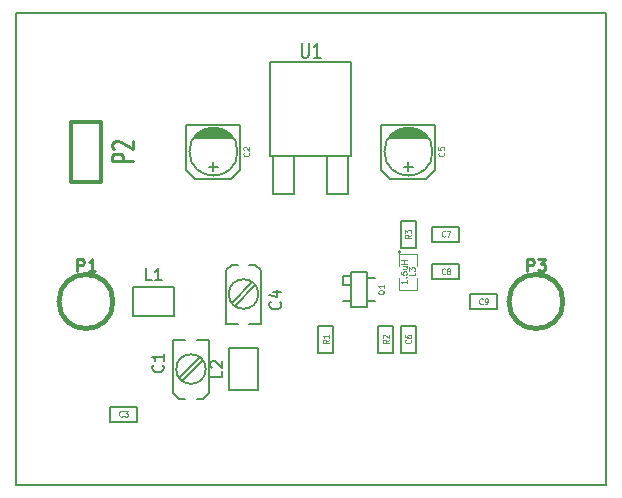
<source format=gbr>
G04 #@! TF.FileFunction,Legend,Top*
%FSLAX46Y46*%
G04 Gerber Fmt 4.6, Leading zero omitted, Abs format (unit mm)*
G04 Created by KiCad (PCBNEW 4.0.6) date Wed Sep  6 22:14:05 2017*
%MOMM*%
%LPD*%
G01*
G04 APERTURE LIST*
%ADD10C,0.100000*%
%ADD11C,0.150000*%
%ADD12C,0.127000*%
%ADD13C,0.099060*%
%ADD14C,0.381000*%
%ADD15C,0.304800*%
%ADD16C,0.119380*%
%ADD17C,0.114300*%
%ADD18C,0.109220*%
%ADD19C,0.254000*%
%ADD20C,0.271780*%
%ADD21C,0.203200*%
G04 APERTURE END LIST*
D10*
D11*
X112160000Y-82235000D02*
X162160000Y-82235000D01*
X162160000Y-82235000D02*
X162160000Y-122235000D01*
X162160000Y-122235000D02*
X112160000Y-122235000D01*
X112160000Y-122235000D02*
X112160000Y-82235000D01*
X126000000Y-113145000D02*
X127750000Y-111395000D01*
X126250000Y-113395000D02*
X128000000Y-111645000D01*
X128250000Y-112395000D02*
G75*
G03X128250000Y-112395000I-1250000J0D01*
G01*
X127500000Y-114895000D02*
X128000000Y-114895000D01*
X128000000Y-114895000D02*
X128500000Y-114395000D01*
X128500000Y-114395000D02*
X128500000Y-109895000D01*
X128500000Y-109895000D02*
X127500000Y-109895000D01*
X126500000Y-114895000D02*
X126000000Y-114895000D01*
X126000000Y-114895000D02*
X125500000Y-114395000D01*
X125500000Y-114395000D02*
X125500000Y-109895000D01*
X125500000Y-109895000D02*
X126500000Y-109895000D01*
D12*
X128905000Y-95631000D02*
X128905000Y-94869000D01*
X129286000Y-95250000D02*
X128524000Y-95250000D01*
X126619000Y-95504000D02*
X126619000Y-91694000D01*
X130429000Y-96266000D02*
X127381000Y-96266000D01*
X126619000Y-95504000D02*
X127381000Y-96266000D01*
X131191000Y-95504000D02*
X131191000Y-91694000D01*
X131191000Y-95504000D02*
X130429000Y-96266000D01*
X128778000Y-91948000D02*
X129032000Y-91948000D01*
X129540000Y-92075000D02*
X128270000Y-92075000D01*
X128016000Y-92202000D02*
X129794000Y-92202000D01*
X127762000Y-92329000D02*
X130048000Y-92329000D01*
X130175000Y-92456000D02*
X127635000Y-92456000D01*
X127508000Y-92583000D02*
X130302000Y-92583000D01*
X130429000Y-92710000D02*
X127381000Y-92710000D01*
X130556000Y-92837000D02*
X127254000Y-92837000D01*
X130937000Y-93980000D02*
G75*
G03X130937000Y-93980000I-2032000J0D01*
G01*
X131191000Y-91694000D02*
X126619000Y-91694000D01*
X122428000Y-116840000D02*
X120142000Y-116840000D01*
X120142000Y-116840000D02*
X120142000Y-115570000D01*
X120142000Y-115570000D02*
X122428000Y-115570000D01*
X122428000Y-115570000D02*
X122428000Y-116840000D01*
D11*
X132445000Y-105295000D02*
X130695000Y-107045000D01*
X132195000Y-105045000D02*
X130445000Y-106795000D01*
X132695000Y-106045000D02*
G75*
G03X132695000Y-106045000I-1250000J0D01*
G01*
X130945000Y-103545000D02*
X130445000Y-103545000D01*
X130445000Y-103545000D02*
X129945000Y-104045000D01*
X129945000Y-104045000D02*
X129945000Y-108545000D01*
X129945000Y-108545000D02*
X130945000Y-108545000D01*
X131945000Y-103545000D02*
X132445000Y-103545000D01*
X132445000Y-103545000D02*
X132945000Y-104045000D01*
X132945000Y-104045000D02*
X132945000Y-108545000D01*
X132945000Y-108545000D02*
X131945000Y-108545000D01*
D12*
X145415000Y-95631000D02*
X145415000Y-94869000D01*
X145796000Y-95250000D02*
X145034000Y-95250000D01*
X143129000Y-95504000D02*
X143129000Y-91694000D01*
X146939000Y-96266000D02*
X143891000Y-96266000D01*
X143129000Y-95504000D02*
X143891000Y-96266000D01*
X147701000Y-95504000D02*
X147701000Y-91694000D01*
X147701000Y-95504000D02*
X146939000Y-96266000D01*
X145288000Y-91948000D02*
X145542000Y-91948000D01*
X146050000Y-92075000D02*
X144780000Y-92075000D01*
X144526000Y-92202000D02*
X146304000Y-92202000D01*
X144272000Y-92329000D02*
X146558000Y-92329000D01*
X146685000Y-92456000D02*
X144145000Y-92456000D01*
X144018000Y-92583000D02*
X146812000Y-92583000D01*
X146939000Y-92710000D02*
X143891000Y-92710000D01*
X147066000Y-92837000D02*
X143764000Y-92837000D01*
X147447000Y-93980000D02*
G75*
G03X147447000Y-93980000I-2032000J0D01*
G01*
X147701000Y-91694000D02*
X143129000Y-91694000D01*
X144780000Y-110998000D02*
X144780000Y-108712000D01*
X144780000Y-108712000D02*
X146050000Y-108712000D01*
X146050000Y-108712000D02*
X146050000Y-110998000D01*
X146050000Y-110998000D02*
X144780000Y-110998000D01*
X149733000Y-101600000D02*
X147447000Y-101600000D01*
X147447000Y-101600000D02*
X147447000Y-100330000D01*
X147447000Y-100330000D02*
X149733000Y-100330000D01*
X149733000Y-100330000D02*
X149733000Y-101600000D01*
X149733000Y-104775000D02*
X147447000Y-104775000D01*
X147447000Y-104775000D02*
X147447000Y-103505000D01*
X147447000Y-103505000D02*
X149733000Y-103505000D01*
X149733000Y-103505000D02*
X149733000Y-104775000D01*
X152908000Y-107315000D02*
X150622000Y-107315000D01*
X150622000Y-107315000D02*
X150622000Y-106045000D01*
X150622000Y-106045000D02*
X152908000Y-106045000D01*
X152908000Y-106045000D02*
X152908000Y-107315000D01*
D11*
X122075000Y-105430000D02*
X125575000Y-105430000D01*
X125575000Y-105430000D02*
X125575000Y-107930000D01*
X125575000Y-107930000D02*
X122075000Y-107930000D01*
X122075000Y-107930000D02*
X122075000Y-105430000D01*
X130195000Y-114145000D02*
X130195000Y-110645000D01*
X130195000Y-110645000D02*
X132695000Y-110645000D01*
X132695000Y-110645000D02*
X132695000Y-114145000D01*
X132695000Y-114145000D02*
X130195000Y-114145000D01*
D13*
X144780000Y-102489000D02*
G75*
G03X144780000Y-102489000I-127000J0D01*
G01*
X144653000Y-103632000D02*
X144653000Y-102616000D01*
X144653000Y-102616000D02*
X146177000Y-102616000D01*
X146177000Y-102616000D02*
X146177000Y-103632000D01*
X146177000Y-104648000D02*
X146177000Y-105664000D01*
X146177000Y-105664000D02*
X144653000Y-105664000D01*
X144653000Y-105664000D02*
X144653000Y-104648000D01*
D14*
X120396000Y-106680000D02*
G75*
G03X120396000Y-106680000I-2286000J0D01*
G01*
D15*
X116840000Y-91440000D02*
X119380000Y-91440000D01*
X119380000Y-91440000D02*
X119380000Y-96520000D01*
X119380000Y-96520000D02*
X116840000Y-96520000D01*
X116840000Y-96520000D02*
X116840000Y-91440000D01*
D14*
X158496000Y-106680000D02*
G75*
G03X158496000Y-106680000I-2286000J0D01*
G01*
D12*
X137795000Y-110998000D02*
X137795000Y-108712000D01*
X137795000Y-108712000D02*
X139065000Y-108712000D01*
X139065000Y-108712000D02*
X139065000Y-110998000D01*
X139065000Y-110998000D02*
X137795000Y-110998000D01*
X142875000Y-110998000D02*
X142875000Y-108712000D01*
X142875000Y-108712000D02*
X144145000Y-108712000D01*
X144145000Y-108712000D02*
X144145000Y-110998000D01*
X144145000Y-110998000D02*
X142875000Y-110998000D01*
X146050000Y-99822000D02*
X146050000Y-102108000D01*
X146050000Y-102108000D02*
X144780000Y-102108000D01*
X144780000Y-102108000D02*
X144780000Y-99822000D01*
X144780000Y-99822000D02*
X146050000Y-99822000D01*
X138557000Y-94361000D02*
X138557000Y-97536000D01*
X138557000Y-97536000D02*
X140335000Y-97536000D01*
X140335000Y-97536000D02*
X140335000Y-94361000D01*
X133985000Y-94361000D02*
X133985000Y-97536000D01*
X133985000Y-97536000D02*
X135763000Y-97536000D01*
X135763000Y-97536000D02*
X135763000Y-94361000D01*
X140589000Y-88265000D02*
X140589000Y-94361000D01*
X140589000Y-94361000D02*
X133731000Y-94361000D01*
X133731000Y-94361000D02*
X133731000Y-86487000D01*
X133731000Y-86360000D02*
X140589000Y-86360000D01*
X140589000Y-86487000D02*
X140589000Y-88265000D01*
X139865100Y-104521000D02*
X139865100Y-105308400D01*
X140525500Y-105308400D02*
X139865100Y-105308400D01*
X141922500Y-104711500D02*
X142582900Y-104711500D01*
X140525500Y-106616500D02*
X139865100Y-106616500D01*
X140525500Y-104521000D02*
X139865100Y-104521000D01*
X141922500Y-106616500D02*
X142582900Y-106616500D01*
X141922500Y-104165400D02*
X141922500Y-107162600D01*
X141922500Y-107162600D02*
X140525500Y-107162600D01*
X140525500Y-107162600D02*
X140525500Y-104165400D01*
X140525500Y-104165400D02*
X141922500Y-104165400D01*
D11*
X124607143Y-112061666D02*
X124654762Y-112109285D01*
X124702381Y-112252142D01*
X124702381Y-112347380D01*
X124654762Y-112490238D01*
X124559524Y-112585476D01*
X124464286Y-112633095D01*
X124273810Y-112680714D01*
X124130952Y-112680714D01*
X123940476Y-112633095D01*
X123845238Y-112585476D01*
X123750000Y-112490238D01*
X123702381Y-112347380D01*
X123702381Y-112252142D01*
X123750000Y-112109285D01*
X123797619Y-112061666D01*
X124702381Y-111109285D02*
X124702381Y-111680714D01*
X124702381Y-111395000D02*
X123702381Y-111395000D01*
X123845238Y-111490238D01*
X123940476Y-111585476D01*
X123988095Y-111680714D01*
D16*
X131877707Y-94063396D02*
X131901535Y-94087224D01*
X131925362Y-94158707D01*
X131925362Y-94206362D01*
X131901535Y-94277845D01*
X131853880Y-94325500D01*
X131806224Y-94349328D01*
X131710914Y-94373156D01*
X131639431Y-94373156D01*
X131544120Y-94349328D01*
X131496465Y-94325500D01*
X131448810Y-94277845D01*
X131424982Y-94206362D01*
X131424982Y-94158707D01*
X131448810Y-94087224D01*
X131472638Y-94063396D01*
X131472638Y-93872776D02*
X131448810Y-93848948D01*
X131424982Y-93801293D01*
X131424982Y-93682155D01*
X131448810Y-93634499D01*
X131472638Y-93610672D01*
X131520293Y-93586844D01*
X131567948Y-93586844D01*
X131639431Y-93610672D01*
X131925362Y-93896603D01*
X131925362Y-93586844D01*
D17*
X121208800Y-116386429D02*
X121187029Y-116410619D01*
X121121715Y-116434810D01*
X121078172Y-116434810D01*
X121012857Y-116410619D01*
X120969315Y-116362238D01*
X120947543Y-116313857D01*
X120925772Y-116217095D01*
X120925772Y-116144524D01*
X120947543Y-116047762D01*
X120969315Y-115999381D01*
X121012857Y-115951000D01*
X121078172Y-115926810D01*
X121121715Y-115926810D01*
X121187029Y-115951000D01*
X121208800Y-115975190D01*
X121361200Y-115926810D02*
X121644229Y-115926810D01*
X121491829Y-116120333D01*
X121557143Y-116120333D01*
X121600686Y-116144524D01*
X121622457Y-116168714D01*
X121644229Y-116217095D01*
X121644229Y-116338048D01*
X121622457Y-116386429D01*
X121600686Y-116410619D01*
X121557143Y-116434810D01*
X121426515Y-116434810D01*
X121382972Y-116410619D01*
X121361200Y-116386429D01*
D11*
X134552143Y-106711666D02*
X134599762Y-106759285D01*
X134647381Y-106902142D01*
X134647381Y-106997380D01*
X134599762Y-107140238D01*
X134504524Y-107235476D01*
X134409286Y-107283095D01*
X134218810Y-107330714D01*
X134075952Y-107330714D01*
X133885476Y-107283095D01*
X133790238Y-107235476D01*
X133695000Y-107140238D01*
X133647381Y-106997380D01*
X133647381Y-106902142D01*
X133695000Y-106759285D01*
X133742619Y-106711666D01*
X133980714Y-105854523D02*
X134647381Y-105854523D01*
X133599762Y-106092619D02*
X134314048Y-106330714D01*
X134314048Y-105711666D01*
D16*
X148387707Y-94063396D02*
X148411535Y-94087224D01*
X148435362Y-94158707D01*
X148435362Y-94206362D01*
X148411535Y-94277845D01*
X148363880Y-94325500D01*
X148316224Y-94349328D01*
X148220914Y-94373156D01*
X148149431Y-94373156D01*
X148054120Y-94349328D01*
X148006465Y-94325500D01*
X147958810Y-94277845D01*
X147934982Y-94206362D01*
X147934982Y-94158707D01*
X147958810Y-94087224D01*
X147982638Y-94063396D01*
X147934982Y-93610672D02*
X147934982Y-93848948D01*
X148173259Y-93872776D01*
X148149431Y-93848948D01*
X148125603Y-93801293D01*
X148125603Y-93682155D01*
X148149431Y-93634499D01*
X148173259Y-93610672D01*
X148220914Y-93586844D01*
X148340052Y-93586844D01*
X148387707Y-93610672D01*
X148411535Y-93634499D01*
X148435362Y-93682155D01*
X148435362Y-93801293D01*
X148411535Y-93848948D01*
X148387707Y-93872776D01*
D17*
X145596429Y-109931200D02*
X145620619Y-109952971D01*
X145644810Y-110018285D01*
X145644810Y-110061828D01*
X145620619Y-110127143D01*
X145572238Y-110170685D01*
X145523857Y-110192457D01*
X145427095Y-110214228D01*
X145354524Y-110214228D01*
X145257762Y-110192457D01*
X145209381Y-110170685D01*
X145161000Y-110127143D01*
X145136810Y-110061828D01*
X145136810Y-110018285D01*
X145161000Y-109952971D01*
X145185190Y-109931200D01*
X145136810Y-109539314D02*
X145136810Y-109626400D01*
X145161000Y-109669943D01*
X145185190Y-109691714D01*
X145257762Y-109735257D01*
X145354524Y-109757028D01*
X145548048Y-109757028D01*
X145596429Y-109735257D01*
X145620619Y-109713485D01*
X145644810Y-109669943D01*
X145644810Y-109582857D01*
X145620619Y-109539314D01*
X145596429Y-109517543D01*
X145548048Y-109495771D01*
X145427095Y-109495771D01*
X145378714Y-109517543D01*
X145354524Y-109539314D01*
X145330333Y-109582857D01*
X145330333Y-109669943D01*
X145354524Y-109713485D01*
X145378714Y-109735257D01*
X145427095Y-109757028D01*
X148513800Y-101146429D02*
X148492029Y-101170619D01*
X148426715Y-101194810D01*
X148383172Y-101194810D01*
X148317857Y-101170619D01*
X148274315Y-101122238D01*
X148252543Y-101073857D01*
X148230772Y-100977095D01*
X148230772Y-100904524D01*
X148252543Y-100807762D01*
X148274315Y-100759381D01*
X148317857Y-100711000D01*
X148383172Y-100686810D01*
X148426715Y-100686810D01*
X148492029Y-100711000D01*
X148513800Y-100735190D01*
X148666200Y-100686810D02*
X148971000Y-100686810D01*
X148775057Y-101194810D01*
X148513800Y-104321429D02*
X148492029Y-104345619D01*
X148426715Y-104369810D01*
X148383172Y-104369810D01*
X148317857Y-104345619D01*
X148274315Y-104297238D01*
X148252543Y-104248857D01*
X148230772Y-104152095D01*
X148230772Y-104079524D01*
X148252543Y-103982762D01*
X148274315Y-103934381D01*
X148317857Y-103886000D01*
X148383172Y-103861810D01*
X148426715Y-103861810D01*
X148492029Y-103886000D01*
X148513800Y-103910190D01*
X148775057Y-104079524D02*
X148731515Y-104055333D01*
X148709743Y-104031143D01*
X148687972Y-103982762D01*
X148687972Y-103958571D01*
X148709743Y-103910190D01*
X148731515Y-103886000D01*
X148775057Y-103861810D01*
X148862143Y-103861810D01*
X148905686Y-103886000D01*
X148927457Y-103910190D01*
X148949229Y-103958571D01*
X148949229Y-103982762D01*
X148927457Y-104031143D01*
X148905686Y-104055333D01*
X148862143Y-104079524D01*
X148775057Y-104079524D01*
X148731515Y-104103714D01*
X148709743Y-104127905D01*
X148687972Y-104176286D01*
X148687972Y-104273048D01*
X148709743Y-104321429D01*
X148731515Y-104345619D01*
X148775057Y-104369810D01*
X148862143Y-104369810D01*
X148905686Y-104345619D01*
X148927457Y-104321429D01*
X148949229Y-104273048D01*
X148949229Y-104176286D01*
X148927457Y-104127905D01*
X148905686Y-104103714D01*
X148862143Y-104079524D01*
X151688800Y-106861429D02*
X151667029Y-106885619D01*
X151601715Y-106909810D01*
X151558172Y-106909810D01*
X151492857Y-106885619D01*
X151449315Y-106837238D01*
X151427543Y-106788857D01*
X151405772Y-106692095D01*
X151405772Y-106619524D01*
X151427543Y-106522762D01*
X151449315Y-106474381D01*
X151492857Y-106426000D01*
X151558172Y-106401810D01*
X151601715Y-106401810D01*
X151667029Y-106426000D01*
X151688800Y-106450190D01*
X151906515Y-106909810D02*
X151993600Y-106909810D01*
X152037143Y-106885619D01*
X152058915Y-106861429D01*
X152102457Y-106788857D01*
X152124229Y-106692095D01*
X152124229Y-106498571D01*
X152102457Y-106450190D01*
X152080686Y-106426000D01*
X152037143Y-106401810D01*
X151950057Y-106401810D01*
X151906515Y-106426000D01*
X151884743Y-106450190D01*
X151862972Y-106498571D01*
X151862972Y-106619524D01*
X151884743Y-106667905D01*
X151906515Y-106692095D01*
X151950057Y-106716286D01*
X152037143Y-106716286D01*
X152080686Y-106692095D01*
X152102457Y-106667905D01*
X152124229Y-106619524D01*
D11*
X123658334Y-104882381D02*
X123182143Y-104882381D01*
X123182143Y-103882381D01*
X124515477Y-104882381D02*
X123944048Y-104882381D01*
X124229762Y-104882381D02*
X124229762Y-103882381D01*
X124134524Y-104025238D01*
X124039286Y-104120476D01*
X123944048Y-104168095D01*
X129647381Y-112561666D02*
X129647381Y-113037857D01*
X128647381Y-113037857D01*
X128742619Y-112275952D02*
X128695000Y-112228333D01*
X128647381Y-112133095D01*
X128647381Y-111894999D01*
X128695000Y-111799761D01*
X128742619Y-111752142D01*
X128837857Y-111704523D01*
X128933095Y-111704523D01*
X129075952Y-111752142D01*
X129647381Y-112323571D01*
X129647381Y-111704523D01*
D18*
X145958862Y-104223397D02*
X145958862Y-104461673D01*
X145458482Y-104461673D01*
X145458482Y-104104258D02*
X145458482Y-103794499D01*
X145649103Y-103961292D01*
X145649103Y-103889810D01*
X145672931Y-103842154D01*
X145696759Y-103818327D01*
X145744414Y-103794499D01*
X145863552Y-103794499D01*
X145911207Y-103818327D01*
X145935035Y-103842154D01*
X145958862Y-103889810D01*
X145958862Y-104032775D01*
X145935035Y-104080431D01*
X145911207Y-104104258D01*
X145260362Y-104842914D02*
X145260362Y-105128846D01*
X145260362Y-104985880D02*
X144759982Y-104985880D01*
X144831465Y-105033535D01*
X144879120Y-105081190D01*
X144902948Y-105128846D01*
X145212707Y-104628466D02*
X145236535Y-104604638D01*
X145260362Y-104628466D01*
X145236535Y-104652294D01*
X145212707Y-104628466D01*
X145260362Y-104628466D01*
X144759982Y-104151914D02*
X144759982Y-104390190D01*
X144998259Y-104414018D01*
X144974431Y-104390190D01*
X144950603Y-104342535D01*
X144950603Y-104223397D01*
X144974431Y-104175741D01*
X144998259Y-104151914D01*
X145045914Y-104128086D01*
X145165052Y-104128086D01*
X145212707Y-104151914D01*
X145236535Y-104175741D01*
X145260362Y-104223397D01*
X145260362Y-104342535D01*
X145236535Y-104390190D01*
X145212707Y-104414018D01*
X144926776Y-103699189D02*
X145260362Y-103699189D01*
X144926776Y-103913638D02*
X145188880Y-103913638D01*
X145236535Y-103889810D01*
X145260362Y-103842155D01*
X145260362Y-103770672D01*
X145236535Y-103723017D01*
X145212707Y-103699189D01*
X145260362Y-103460913D02*
X144759982Y-103460913D01*
X144998259Y-103460913D02*
X144998259Y-103174981D01*
X145260362Y-103174981D02*
X144759982Y-103174981D01*
D19*
X117360096Y-104091619D02*
X117360096Y-103075619D01*
X117747143Y-103075619D01*
X117843905Y-103124000D01*
X117892286Y-103172381D01*
X117940667Y-103269143D01*
X117940667Y-103414286D01*
X117892286Y-103511048D01*
X117843905Y-103559429D01*
X117747143Y-103607810D01*
X117360096Y-103607810D01*
X118908286Y-104091619D02*
X118327715Y-104091619D01*
X118618001Y-104091619D02*
X118618001Y-103075619D01*
X118521239Y-103220762D01*
X118424477Y-103317524D01*
X118327715Y-103365905D01*
D20*
X122067501Y-94782398D02*
X120337761Y-94782398D01*
X120337761Y-94368257D01*
X120420130Y-94264722D01*
X120502499Y-94212954D01*
X120667236Y-94161186D01*
X120914341Y-94161186D01*
X121079079Y-94212954D01*
X121161447Y-94264722D01*
X121243816Y-94368257D01*
X121243816Y-94782398D01*
X120502499Y-93747046D02*
X120420130Y-93695278D01*
X120337761Y-93591743D01*
X120337761Y-93332905D01*
X120420130Y-93229369D01*
X120502499Y-93177602D01*
X120667236Y-93125834D01*
X120831973Y-93125834D01*
X121079079Y-93177602D01*
X122067501Y-93798813D01*
X122067501Y-93125834D01*
D15*
D19*
X155460096Y-104091619D02*
X155460096Y-103075619D01*
X155847143Y-103075619D01*
X155943905Y-103124000D01*
X155992286Y-103172381D01*
X156040667Y-103269143D01*
X156040667Y-103414286D01*
X155992286Y-103511048D01*
X155943905Y-103559429D01*
X155847143Y-103607810D01*
X155460096Y-103607810D01*
X156379334Y-103075619D02*
X157008286Y-103075619D01*
X156669620Y-103462667D01*
X156814762Y-103462667D01*
X156911524Y-103511048D01*
X156959905Y-103559429D01*
X157008286Y-103656190D01*
X157008286Y-103898095D01*
X156959905Y-103994857D01*
X156911524Y-104043238D01*
X156814762Y-104091619D01*
X156524477Y-104091619D01*
X156427715Y-104043238D01*
X156379334Y-103994857D01*
D17*
X138659810Y-109931200D02*
X138417905Y-110083600D01*
X138659810Y-110192457D02*
X138151810Y-110192457D01*
X138151810Y-110018285D01*
X138176000Y-109974743D01*
X138200190Y-109952971D01*
X138248571Y-109931200D01*
X138321143Y-109931200D01*
X138369524Y-109952971D01*
X138393714Y-109974743D01*
X138417905Y-110018285D01*
X138417905Y-110192457D01*
X138659810Y-109495771D02*
X138659810Y-109757028D01*
X138659810Y-109626400D02*
X138151810Y-109626400D01*
X138224381Y-109669943D01*
X138272762Y-109713485D01*
X138296952Y-109757028D01*
X143739810Y-109931200D02*
X143497905Y-110083600D01*
X143739810Y-110192457D02*
X143231810Y-110192457D01*
X143231810Y-110018285D01*
X143256000Y-109974743D01*
X143280190Y-109952971D01*
X143328571Y-109931200D01*
X143401143Y-109931200D01*
X143449524Y-109952971D01*
X143473714Y-109974743D01*
X143497905Y-110018285D01*
X143497905Y-110192457D01*
X143280190Y-109757028D02*
X143256000Y-109735257D01*
X143231810Y-109691714D01*
X143231810Y-109582857D01*
X143256000Y-109539314D01*
X143280190Y-109517543D01*
X143328571Y-109495771D01*
X143376952Y-109495771D01*
X143449524Y-109517543D01*
X143739810Y-109778800D01*
X143739810Y-109495771D01*
X145644810Y-101041200D02*
X145402905Y-101193600D01*
X145644810Y-101302457D02*
X145136810Y-101302457D01*
X145136810Y-101128285D01*
X145161000Y-101084743D01*
X145185190Y-101062971D01*
X145233571Y-101041200D01*
X145306143Y-101041200D01*
X145354524Y-101062971D01*
X145378714Y-101084743D01*
X145402905Y-101128285D01*
X145402905Y-101302457D01*
X145136810Y-100888800D02*
X145136810Y-100605771D01*
X145330333Y-100758171D01*
X145330333Y-100692857D01*
X145354524Y-100649314D01*
X145378714Y-100627543D01*
X145427095Y-100605771D01*
X145548048Y-100605771D01*
X145596429Y-100627543D01*
X145620619Y-100649314D01*
X145644810Y-100692857D01*
X145644810Y-100823485D01*
X145620619Y-100867028D01*
X145596429Y-100888800D01*
D21*
X136385905Y-84775524D02*
X136385905Y-85803619D01*
X136434286Y-85924571D01*
X136482667Y-85985048D01*
X136579429Y-86045524D01*
X136772952Y-86045524D01*
X136869714Y-85985048D01*
X136918095Y-85924571D01*
X136966476Y-85803619D01*
X136966476Y-84775524D01*
X137982476Y-86045524D02*
X137401905Y-86045524D01*
X137692191Y-86045524D02*
X137692191Y-84775524D01*
X137595429Y-84956952D01*
X137498667Y-85077905D01*
X137401905Y-85138381D01*
D13*
X143403018Y-105711655D02*
X143379190Y-105759310D01*
X143331535Y-105806966D01*
X143260052Y-105878449D01*
X143236224Y-105926104D01*
X143236224Y-105973759D01*
X143355362Y-105949931D02*
X143331535Y-105997587D01*
X143283880Y-106045242D01*
X143188569Y-106069070D01*
X143021776Y-106069070D01*
X142926465Y-106045242D01*
X142878810Y-105997587D01*
X142854982Y-105949931D01*
X142854982Y-105854621D01*
X142878810Y-105806966D01*
X142926465Y-105759310D01*
X143021776Y-105735483D01*
X143188569Y-105735483D01*
X143283880Y-105759310D01*
X143331535Y-105806966D01*
X143355362Y-105854621D01*
X143355362Y-105949931D01*
X143355362Y-105258930D02*
X143355362Y-105544862D01*
X143355362Y-105401896D02*
X142854982Y-105401896D01*
X142926465Y-105449551D01*
X142974120Y-105497206D01*
X142997948Y-105544862D01*
M02*

</source>
